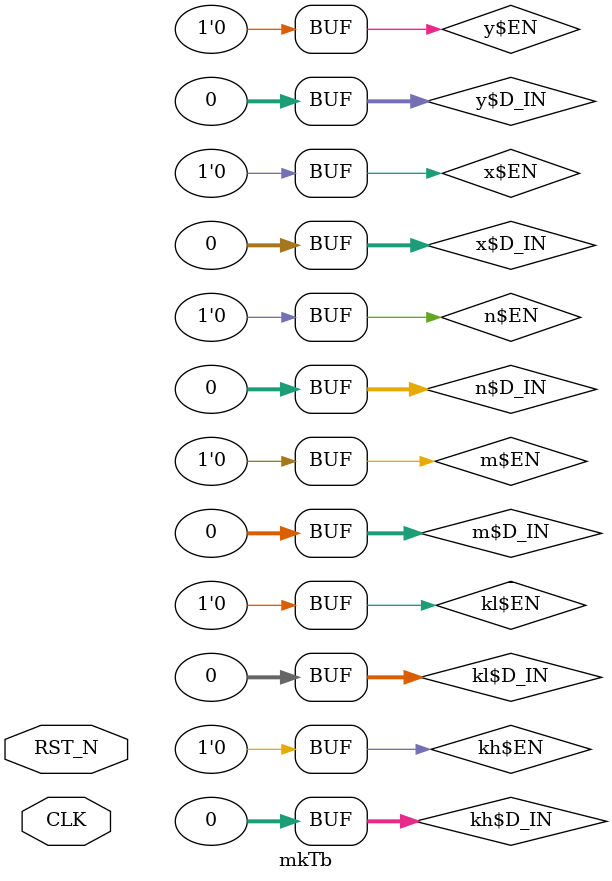
<source format=v>

`ifdef BSV_ASSIGNMENT_DELAY
`else
  `define BSV_ASSIGNMENT_DELAY
`endif

`ifdef BSV_POSITIVE_RESET
  `define BSV_RESET_VALUE 1'b1
  `define BSV_RESET_EDGE posedge
`else
  `define BSV_RESET_VALUE 1'b0
  `define BSV_RESET_EDGE negedge
`endif

module mkTb(CLK,
	    RST_N);
  input  CLK;
  input  RST_N;

  // register cntr
  reg [31 : 0] cntr;
  wire [31 : 0] cntr$D_IN;
  wire cntr$EN;

  // register cycle_cntr
  reg [31 : 0] cycle_cntr;
  wire [31 : 0] cycle_cntr$D_IN;
  wire cycle_cntr$EN;

  // register kh
  reg [31 : 0] kh;
  wire [31 : 0] kh$D_IN;
  wire kh$EN;

  // register kl
  reg [31 : 0] kl;
  wire [31 : 0] kl$D_IN;
  wire kl$EN;

  // register m
  reg [31 : 0] m;
  wire [31 : 0] m$D_IN;
  wire m$EN;

  // register n
  reg [31 : 0] n;
  wire [31 : 0] n$D_IN;
  wire n$EN;

  // register x
  reg [31 : 0] x;
  wire [31 : 0] x$D_IN;
  wire x$EN;

  // register y
  reg [31 : 0] y;
  wire [31 : 0] y$D_IN;
  wire y$EN;

  // ports of submodule dut
  wire [31 : 0] dut$check_h,
		dut$check_kkh,
		dut$check_kkl,
		dut$check_l,
		dut$check_m,
		dut$check_n,
		dut$done,
		dut$get_input_size_img_height,
		dut$get_input_size_img_width,
		dut$get_input_size_num_c,
		dut$get_weight_size_kernel_height,
		dut$get_weight_size_kernel_width,
		dut$get_weight_size_m_filters,
		dut$read_check;
  wire [3 : 0] dut$state_check;
  wire dut$EN_get_input_size, dut$EN_get_weight_size;

  // inputs to muxes for submodule ports
  wire [31 : 0] MUX_cntr$write_1__VAL_2;

  // submodule dut
  mkGNA dut(.CLK(CLK),
	    .RST_N(RST_N),
	    .get_input_size_img_height(dut$get_input_size_img_height),
	    .get_input_size_img_width(dut$get_input_size_img_width),
	    .get_input_size_num_c(dut$get_input_size_num_c),
	    .get_weight_size_kernel_height(dut$get_weight_size_kernel_height),
	    .get_weight_size_kernel_width(dut$get_weight_size_kernel_width),
	    .get_weight_size_m_filters(dut$get_weight_size_m_filters),
	    .EN_get_input_size(dut$EN_get_input_size),
	    .EN_get_weight_size(dut$EN_get_weight_size),
	    .RDY_get_input_size(),
	    .RDY_get_weight_size(),
	    .check_kkl(dut$check_kkl),
	    .RDY_check_kkl(),
	    .check_n(dut$check_n),
	    .RDY_check_n(),
	    .check_l(dut$check_l),
	    .RDY_check_l(),
	    .check_kkh(dut$check_kkh),
	    .RDY_check_kkh(),
	    .check_m(dut$check_m),
	    .RDY_check_m(),
	    .check_h(dut$check_h),
	    .RDY_check_h(),
	    .done(dut$done),
	    .RDY_done(),
	    .state_check(dut$state_check),
	    .RDY_state_check(),
	    .read_check(dut$read_check),
	    .RDY_read_check());

  // inputs to muxes for submodule ports
  assign MUX_cntr$write_1__VAL_2 = cntr + 32'd1 ;

  // register cntr
  assign cntr$D_IN = (cntr == 32'd1) ? dut$done : MUX_cntr$write_1__VAL_2 ;
  assign cntr$EN = cntr == 32'd1 || cntr == 32'd0 ;

  // register cycle_cntr
  assign cycle_cntr$D_IN = cycle_cntr + 32'd1 ;
  assign cycle_cntr$EN = cntr == 32'd1 ;

  // register kh
  assign kh$D_IN = 32'h0 ;
  assign kh$EN = 1'b0 ;

  // register kl
  assign kl$D_IN = 32'h0 ;
  assign kl$EN = 1'b0 ;

  // register m
  assign m$D_IN = 32'h0 ;
  assign m$EN = 1'b0 ;

  // register n
  assign n$D_IN = 32'h0 ;
  assign n$EN = 1'b0 ;

  // register x
  assign x$D_IN = 32'h0 ;
  assign x$EN = 1'b0 ;

  // register y
  assign y$D_IN = 32'h0 ;
  assign y$EN = 1'b0 ;

  // submodule dut
  assign dut$get_input_size_img_height = x ;
  assign dut$get_input_size_img_width = y ;
  assign dut$get_input_size_num_c = n ;
  assign dut$get_weight_size_kernel_height = kh ;
  assign dut$get_weight_size_kernel_width = kl ;
  assign dut$get_weight_size_m_filters = m ;
  assign dut$EN_get_input_size = cntr == 32'd0 ;
  assign dut$EN_get_weight_size = cntr == 32'd0 ;

  // handling of inlined registers

  always@(posedge CLK)
  begin
    if (RST_N == `BSV_RESET_VALUE)
      begin
        cntr <= `BSV_ASSIGNMENT_DELAY 32'd0;
	cycle_cntr <= `BSV_ASSIGNMENT_DELAY 32'd0;
	kh <= `BSV_ASSIGNMENT_DELAY 32'd3;
	kl <= `BSV_ASSIGNMENT_DELAY 32'd3;
	m <= `BSV_ASSIGNMENT_DELAY 32'd4;
	n <= `BSV_ASSIGNMENT_DELAY 32'd1;
	x <= `BSV_ASSIGNMENT_DELAY 32'd4;
	y <= `BSV_ASSIGNMENT_DELAY 32'd4;
      end
    else
      begin
        if (cntr$EN) cntr <= `BSV_ASSIGNMENT_DELAY cntr$D_IN;
	if (cycle_cntr$EN)
	  cycle_cntr <= `BSV_ASSIGNMENT_DELAY cycle_cntr$D_IN;
	if (kh$EN) kh <= `BSV_ASSIGNMENT_DELAY kh$D_IN;
	if (kl$EN) kl <= `BSV_ASSIGNMENT_DELAY kl$D_IN;
	if (m$EN) m <= `BSV_ASSIGNMENT_DELAY m$D_IN;
	if (n$EN) n <= `BSV_ASSIGNMENT_DELAY n$D_IN;
	if (x$EN) x <= `BSV_ASSIGNMENT_DELAY x$D_IN;
	if (y$EN) y <= `BSV_ASSIGNMENT_DELAY y$D_IN;
      end
  end

  // synopsys translate_off
  `ifdef BSV_NO_INITIAL_BLOCKS
  `else // not BSV_NO_INITIAL_BLOCKS
  initial
  begin
    cntr = 32'hAAAAAAAA;
    cycle_cntr = 32'hAAAAAAAA;
    kh = 32'hAAAAAAAA;
    kl = 32'hAAAAAAAA;
    m = 32'hAAAAAAAA;
    n = 32'hAAAAAAAA;
    x = 32'hAAAAAAAA;
    y = 32'hAAAAAAAA;
  end
  `endif // BSV_NO_INITIAL_BLOCKS
  // synopsys translate_on

  // handling of system tasks

  // synopsys translate_off
  always@(negedge CLK)
  begin
    #0;
    if (RST_N != `BSV_RESET_VALUE)
      if (cntr == 32'd1) $display("%d\n", $signed(dut$read_check));
    if (RST_N != `BSV_RESET_VALUE)
      if (cntr == 32'd1)
	$display("h = %d, m = %d, kkh = %d, l = %d, n = %d, kkl = %d\n",
		 $signed(dut$check_h),
		 $signed(dut$check_m),
		 $signed(dut$check_kkh),
		 $signed(dut$check_l),
		 $signed(dut$check_n),
		 $signed(dut$check_kkl));
    if (RST_N != `BSV_RESET_VALUE)
      if (cntr == 32'd2)
	$display("%d %d", $signed(cycle_cntr), dut$state_check);
    if (RST_N != `BSV_RESET_VALUE) if (cntr == 32'd2) $finish(32'd0);
    if (RST_N != `BSV_RESET_VALUE)
      if (cntr == 32'd0)
	$display("\nInputs1: H = %d, L = %d N = %d\n",
		 $signed(x),
		 $signed(y),
		 $signed(n));
  end
  // synopsys translate_on
endmodule  // mkTb


</source>
